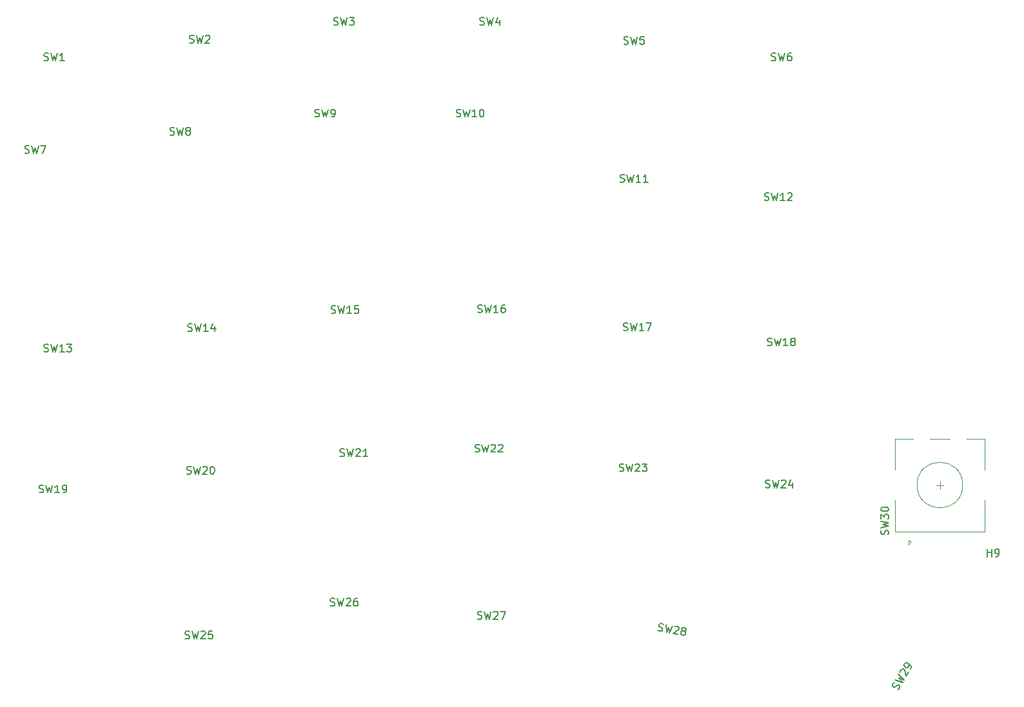
<source format=gbr>
G04 #@! TF.GenerationSoftware,KiCad,Pcbnew,5.1.5+dfsg1-2build2*
G04 #@! TF.CreationDate,2021-02-19T16:21:08+00:00*
G04 #@! TF.ProjectId,plate,706c6174-652e-46b6-9963-61645f706362,rev?*
G04 #@! TF.SameCoordinates,Original*
G04 #@! TF.FileFunction,Legend,Top*
G04 #@! TF.FilePolarity,Positive*
%FSLAX46Y46*%
G04 Gerber Fmt 4.6, Leading zero omitted, Abs format (unit mm)*
G04 Created by KiCad (PCBNEW 5.1.5+dfsg1-2build2) date 2021-02-19 16:21:08*
%MOMM*%
%LPD*%
G04 APERTURE LIST*
%ADD10C,0.120000*%
%ADD11C,0.150000*%
G04 APERTURE END LIST*
D10*
X184265000Y-119170000D02*
G75*
G03X184265000Y-119170000I-3000000J0D01*
G01*
X175365000Y-117170000D02*
X175365000Y-113070000D01*
X187165000Y-113070000D02*
X187165000Y-117170000D01*
X187165000Y-121170000D02*
X187165000Y-125270000D01*
X175365000Y-121170000D02*
X175365000Y-125270000D01*
X175365000Y-125270000D02*
X187165000Y-125270000D01*
X177465000Y-126670000D02*
X177165000Y-126970000D01*
X177165000Y-126970000D02*
X177165000Y-126370000D01*
X177165000Y-126370000D02*
X177465000Y-126670000D01*
X175365000Y-113070000D02*
X177765000Y-113070000D01*
X179965000Y-113070000D02*
X182565000Y-113070000D01*
X184765000Y-113070000D02*
X187165000Y-113070000D01*
X180765000Y-119170000D02*
X181765000Y-119170000D01*
X181265000Y-119670000D02*
X181265000Y-118670000D01*
D11*
X174469761Y-125679523D02*
X174517380Y-125536666D01*
X174517380Y-125298571D01*
X174469761Y-125203333D01*
X174422142Y-125155714D01*
X174326904Y-125108095D01*
X174231666Y-125108095D01*
X174136428Y-125155714D01*
X174088809Y-125203333D01*
X174041190Y-125298571D01*
X173993571Y-125489047D01*
X173945952Y-125584285D01*
X173898333Y-125631904D01*
X173803095Y-125679523D01*
X173707857Y-125679523D01*
X173612619Y-125631904D01*
X173565000Y-125584285D01*
X173517380Y-125489047D01*
X173517380Y-125250952D01*
X173565000Y-125108095D01*
X173517380Y-124774761D02*
X174517380Y-124536666D01*
X173803095Y-124346190D01*
X174517380Y-124155714D01*
X173517380Y-123917619D01*
X173517380Y-123631904D02*
X173517380Y-123012857D01*
X173898333Y-123346190D01*
X173898333Y-123203333D01*
X173945952Y-123108095D01*
X173993571Y-123060476D01*
X174088809Y-123012857D01*
X174326904Y-123012857D01*
X174422142Y-123060476D01*
X174469761Y-123108095D01*
X174517380Y-123203333D01*
X174517380Y-123489047D01*
X174469761Y-123584285D01*
X174422142Y-123631904D01*
X173517380Y-122393809D02*
X173517380Y-122298571D01*
X173565000Y-122203333D01*
X173612619Y-122155714D01*
X173707857Y-122108095D01*
X173898333Y-122060476D01*
X174136428Y-122060476D01*
X174326904Y-122108095D01*
X174422142Y-122155714D01*
X174469761Y-122203333D01*
X174517380Y-122298571D01*
X174517380Y-122393809D01*
X174469761Y-122489047D01*
X174422142Y-122536666D01*
X174326904Y-122584285D01*
X174136428Y-122631904D01*
X173898333Y-122631904D01*
X173707857Y-122584285D01*
X173612619Y-122536666D01*
X173565000Y-122489047D01*
X173517380Y-122393809D01*
X63639866Y-63371361D02*
X63782723Y-63418980D01*
X64020819Y-63418980D01*
X64116057Y-63371361D01*
X64163676Y-63323742D01*
X64211295Y-63228504D01*
X64211295Y-63133266D01*
X64163676Y-63038028D01*
X64116057Y-62990409D01*
X64020819Y-62942790D01*
X63830342Y-62895171D01*
X63735104Y-62847552D01*
X63687485Y-62799933D01*
X63639866Y-62704695D01*
X63639866Y-62609457D01*
X63687485Y-62514219D01*
X63735104Y-62466600D01*
X63830342Y-62418980D01*
X64068438Y-62418980D01*
X64211295Y-62466600D01*
X64544628Y-62418980D02*
X64782723Y-63418980D01*
X64973200Y-62704695D01*
X65163676Y-63418980D01*
X65401771Y-62418980D01*
X66306533Y-63418980D02*
X65735104Y-63418980D01*
X66020819Y-63418980D02*
X66020819Y-62418980D01*
X65925580Y-62561838D01*
X65830342Y-62657076D01*
X65735104Y-62704695D01*
X175772572Y-146041474D02*
X175885240Y-145941566D01*
X176004287Y-145735369D01*
X176010667Y-145629081D01*
X175993237Y-145564032D01*
X175934568Y-145475174D01*
X175852089Y-145427555D01*
X175745801Y-145421175D01*
X175680752Y-145438605D01*
X175591894Y-145497274D01*
X175455417Y-145638422D01*
X175366558Y-145697091D01*
X175301510Y-145714520D01*
X175195221Y-145708141D01*
X175112743Y-145660522D01*
X175054074Y-145571663D01*
X175036644Y-145506614D01*
X175043024Y-145400326D01*
X175162071Y-145194130D01*
X175274739Y-145094221D01*
X175400167Y-144781737D02*
X176385240Y-145075540D01*
X175861888Y-144553440D01*
X176575716Y-144745626D01*
X175828738Y-144039429D01*
X176077883Y-143798373D02*
X176060453Y-143733324D01*
X176066833Y-143627036D01*
X176185881Y-143420840D01*
X176274739Y-143362171D01*
X176339788Y-143344741D01*
X176446076Y-143351121D01*
X176528555Y-143398740D01*
X176628463Y-143511408D01*
X176837621Y-144291993D01*
X177147144Y-143755882D01*
X177385240Y-143343489D02*
X177480478Y-143178532D01*
X177486857Y-143072244D01*
X177469428Y-143007195D01*
X177393329Y-142853288D01*
X177252181Y-142716811D01*
X176922267Y-142526334D01*
X176815978Y-142519955D01*
X176750930Y-142537385D01*
X176662071Y-142596054D01*
X176566833Y-142761011D01*
X176560453Y-142867299D01*
X176577883Y-142932348D01*
X176636552Y-143021206D01*
X176842749Y-143140254D01*
X176949037Y-143146634D01*
X177014086Y-143129204D01*
X177102944Y-143070535D01*
X177198182Y-142905577D01*
X177204562Y-142799289D01*
X177187132Y-142734240D01*
X177128463Y-142645382D01*
X144248480Y-138260392D02*
X144380898Y-138332094D01*
X144615376Y-138373439D01*
X144717436Y-138343081D01*
X144772601Y-138304455D01*
X144836034Y-138218932D01*
X144852572Y-138125141D01*
X144822215Y-138023081D01*
X144783588Y-137967916D01*
X144698066Y-137904483D01*
X144518752Y-137824511D01*
X144433230Y-137761078D01*
X144394603Y-137705913D01*
X144364246Y-137603853D01*
X144380784Y-137510062D01*
X144444217Y-137424540D01*
X144499382Y-137385913D01*
X144601442Y-137355555D01*
X144835920Y-137396900D01*
X144968338Y-137468603D01*
X145304876Y-137479590D02*
X145365706Y-138505742D01*
X145677323Y-137835384D01*
X145740871Y-138571894D01*
X146148997Y-137628431D01*
X146460728Y-137780105D02*
X146515893Y-137741478D01*
X146617953Y-137711121D01*
X146852431Y-137752465D01*
X146937953Y-137815899D01*
X146976580Y-137871064D01*
X147006938Y-137973124D01*
X146990400Y-138066915D01*
X146918697Y-138199333D01*
X146256722Y-138662853D01*
X146866365Y-138770349D01*
X147528340Y-138306829D02*
X147442818Y-138243396D01*
X147404191Y-138188231D01*
X147373834Y-138086171D01*
X147382102Y-138039275D01*
X147445536Y-137953753D01*
X147500701Y-137915127D01*
X147602761Y-137884769D01*
X147790343Y-137917845D01*
X147875865Y-137981278D01*
X147914492Y-138036443D01*
X147944850Y-138138503D01*
X147936581Y-138185399D01*
X147873147Y-138270921D01*
X147817983Y-138309547D01*
X147715923Y-138339905D01*
X147528340Y-138306829D01*
X147426280Y-138337187D01*
X147371115Y-138375814D01*
X147307682Y-138461336D01*
X147274606Y-138648918D01*
X147304964Y-138750978D01*
X147343590Y-138806143D01*
X147429113Y-138869577D01*
X147616695Y-138902652D01*
X147718755Y-138872295D01*
X147773920Y-138833668D01*
X147837353Y-138748146D01*
X147870429Y-138560563D01*
X147840071Y-138458503D01*
X147801445Y-138403339D01*
X147715923Y-138339905D01*
X120567676Y-136726561D02*
X120710533Y-136774180D01*
X120948628Y-136774180D01*
X121043866Y-136726561D01*
X121091485Y-136678942D01*
X121139104Y-136583704D01*
X121139104Y-136488466D01*
X121091485Y-136393228D01*
X121043866Y-136345609D01*
X120948628Y-136297990D01*
X120758152Y-136250371D01*
X120662914Y-136202752D01*
X120615295Y-136155133D01*
X120567676Y-136059895D01*
X120567676Y-135964657D01*
X120615295Y-135869419D01*
X120662914Y-135821800D01*
X120758152Y-135774180D01*
X120996247Y-135774180D01*
X121139104Y-135821800D01*
X121472438Y-135774180D02*
X121710533Y-136774180D01*
X121901009Y-136059895D01*
X122091485Y-136774180D01*
X122329580Y-135774180D01*
X122662914Y-135869419D02*
X122710533Y-135821800D01*
X122805771Y-135774180D01*
X123043866Y-135774180D01*
X123139104Y-135821800D01*
X123186723Y-135869419D01*
X123234342Y-135964657D01*
X123234342Y-136059895D01*
X123186723Y-136202752D01*
X122615295Y-136774180D01*
X123234342Y-136774180D01*
X123567676Y-135774180D02*
X124234342Y-135774180D01*
X123805771Y-136774180D01*
X101238276Y-134999361D02*
X101381133Y-135046980D01*
X101619228Y-135046980D01*
X101714466Y-134999361D01*
X101762085Y-134951742D01*
X101809704Y-134856504D01*
X101809704Y-134761266D01*
X101762085Y-134666028D01*
X101714466Y-134618409D01*
X101619228Y-134570790D01*
X101428752Y-134523171D01*
X101333514Y-134475552D01*
X101285895Y-134427933D01*
X101238276Y-134332695D01*
X101238276Y-134237457D01*
X101285895Y-134142219D01*
X101333514Y-134094600D01*
X101428752Y-134046980D01*
X101666847Y-134046980D01*
X101809704Y-134094600D01*
X102143038Y-134046980D02*
X102381133Y-135046980D01*
X102571609Y-134332695D01*
X102762085Y-135046980D01*
X103000180Y-134046980D01*
X103333514Y-134142219D02*
X103381133Y-134094600D01*
X103476371Y-134046980D01*
X103714466Y-134046980D01*
X103809704Y-134094600D01*
X103857323Y-134142219D01*
X103904942Y-134237457D01*
X103904942Y-134332695D01*
X103857323Y-134475552D01*
X103285895Y-135046980D01*
X103904942Y-135046980D01*
X104762085Y-134046980D02*
X104571609Y-134046980D01*
X104476371Y-134094600D01*
X104428752Y-134142219D01*
X104333514Y-134285076D01*
X104285895Y-134475552D01*
X104285895Y-134856504D01*
X104333514Y-134951742D01*
X104381133Y-134999361D01*
X104476371Y-135046980D01*
X104666847Y-135046980D01*
X104762085Y-134999361D01*
X104809704Y-134951742D01*
X104857323Y-134856504D01*
X104857323Y-134618409D01*
X104809704Y-134523171D01*
X104762085Y-134475552D01*
X104666847Y-134427933D01*
X104476371Y-134427933D01*
X104381133Y-134475552D01*
X104333514Y-134523171D01*
X104285895Y-134618409D01*
X82162876Y-139317361D02*
X82305733Y-139364980D01*
X82543828Y-139364980D01*
X82639066Y-139317361D01*
X82686685Y-139269742D01*
X82734304Y-139174504D01*
X82734304Y-139079266D01*
X82686685Y-138984028D01*
X82639066Y-138936409D01*
X82543828Y-138888790D01*
X82353352Y-138841171D01*
X82258114Y-138793552D01*
X82210495Y-138745933D01*
X82162876Y-138650695D01*
X82162876Y-138555457D01*
X82210495Y-138460219D01*
X82258114Y-138412600D01*
X82353352Y-138364980D01*
X82591447Y-138364980D01*
X82734304Y-138412600D01*
X83067638Y-138364980D02*
X83305733Y-139364980D01*
X83496209Y-138650695D01*
X83686685Y-139364980D01*
X83924780Y-138364980D01*
X84258114Y-138460219D02*
X84305733Y-138412600D01*
X84400971Y-138364980D01*
X84639066Y-138364980D01*
X84734304Y-138412600D01*
X84781923Y-138460219D01*
X84829542Y-138555457D01*
X84829542Y-138650695D01*
X84781923Y-138793552D01*
X84210495Y-139364980D01*
X84829542Y-139364980D01*
X85734304Y-138364980D02*
X85258114Y-138364980D01*
X85210495Y-138841171D01*
X85258114Y-138793552D01*
X85353352Y-138745933D01*
X85591447Y-138745933D01*
X85686685Y-138793552D01*
X85734304Y-138841171D01*
X85781923Y-138936409D01*
X85781923Y-139174504D01*
X85734304Y-139269742D01*
X85686685Y-139317361D01*
X85591447Y-139364980D01*
X85353352Y-139364980D01*
X85258114Y-139317361D01*
X85210495Y-139269742D01*
X158362876Y-119454561D02*
X158505733Y-119502180D01*
X158743828Y-119502180D01*
X158839066Y-119454561D01*
X158886685Y-119406942D01*
X158934304Y-119311704D01*
X158934304Y-119216466D01*
X158886685Y-119121228D01*
X158839066Y-119073609D01*
X158743828Y-119025990D01*
X158553352Y-118978371D01*
X158458114Y-118930752D01*
X158410495Y-118883133D01*
X158362876Y-118787895D01*
X158362876Y-118692657D01*
X158410495Y-118597419D01*
X158458114Y-118549800D01*
X158553352Y-118502180D01*
X158791447Y-118502180D01*
X158934304Y-118549800D01*
X159267638Y-118502180D02*
X159505733Y-119502180D01*
X159696209Y-118787895D01*
X159886685Y-119502180D01*
X160124780Y-118502180D01*
X160458114Y-118597419D02*
X160505733Y-118549800D01*
X160600971Y-118502180D01*
X160839066Y-118502180D01*
X160934304Y-118549800D01*
X160981923Y-118597419D01*
X161029542Y-118692657D01*
X161029542Y-118787895D01*
X160981923Y-118930752D01*
X160410495Y-119502180D01*
X161029542Y-119502180D01*
X161886685Y-118835514D02*
X161886685Y-119502180D01*
X161648590Y-118454561D02*
X161410495Y-119168847D01*
X162029542Y-119168847D01*
X139185876Y-117320961D02*
X139328733Y-117368580D01*
X139566828Y-117368580D01*
X139662066Y-117320961D01*
X139709685Y-117273342D01*
X139757304Y-117178104D01*
X139757304Y-117082866D01*
X139709685Y-116987628D01*
X139662066Y-116940009D01*
X139566828Y-116892390D01*
X139376352Y-116844771D01*
X139281114Y-116797152D01*
X139233495Y-116749533D01*
X139185876Y-116654295D01*
X139185876Y-116559057D01*
X139233495Y-116463819D01*
X139281114Y-116416200D01*
X139376352Y-116368580D01*
X139614447Y-116368580D01*
X139757304Y-116416200D01*
X140090638Y-116368580D02*
X140328733Y-117368580D01*
X140519209Y-116654295D01*
X140709685Y-117368580D01*
X140947780Y-116368580D01*
X141281114Y-116463819D02*
X141328733Y-116416200D01*
X141423971Y-116368580D01*
X141662066Y-116368580D01*
X141757304Y-116416200D01*
X141804923Y-116463819D01*
X141852542Y-116559057D01*
X141852542Y-116654295D01*
X141804923Y-116797152D01*
X141233495Y-117368580D01*
X141852542Y-117368580D01*
X142185876Y-116368580D02*
X142804923Y-116368580D01*
X142471590Y-116749533D01*
X142614447Y-116749533D01*
X142709685Y-116797152D01*
X142757304Y-116844771D01*
X142804923Y-116940009D01*
X142804923Y-117178104D01*
X142757304Y-117273342D01*
X142709685Y-117320961D01*
X142614447Y-117368580D01*
X142328733Y-117368580D01*
X142233495Y-117320961D01*
X142185876Y-117273342D01*
X120237476Y-114780961D02*
X120380333Y-114828580D01*
X120618428Y-114828580D01*
X120713666Y-114780961D01*
X120761285Y-114733342D01*
X120808904Y-114638104D01*
X120808904Y-114542866D01*
X120761285Y-114447628D01*
X120713666Y-114400009D01*
X120618428Y-114352390D01*
X120427952Y-114304771D01*
X120332714Y-114257152D01*
X120285095Y-114209533D01*
X120237476Y-114114295D01*
X120237476Y-114019057D01*
X120285095Y-113923819D01*
X120332714Y-113876200D01*
X120427952Y-113828580D01*
X120666047Y-113828580D01*
X120808904Y-113876200D01*
X121142238Y-113828580D02*
X121380333Y-114828580D01*
X121570809Y-114114295D01*
X121761285Y-114828580D01*
X121999380Y-113828580D01*
X122332714Y-113923819D02*
X122380333Y-113876200D01*
X122475571Y-113828580D01*
X122713666Y-113828580D01*
X122808904Y-113876200D01*
X122856523Y-113923819D01*
X122904142Y-114019057D01*
X122904142Y-114114295D01*
X122856523Y-114257152D01*
X122285095Y-114828580D01*
X122904142Y-114828580D01*
X123285095Y-113923819D02*
X123332714Y-113876200D01*
X123427952Y-113828580D01*
X123666047Y-113828580D01*
X123761285Y-113876200D01*
X123808904Y-113923819D01*
X123856523Y-114019057D01*
X123856523Y-114114295D01*
X123808904Y-114257152D01*
X123237476Y-114828580D01*
X123856523Y-114828580D01*
X102508276Y-115365161D02*
X102651133Y-115412780D01*
X102889228Y-115412780D01*
X102984466Y-115365161D01*
X103032085Y-115317542D01*
X103079704Y-115222304D01*
X103079704Y-115127066D01*
X103032085Y-115031828D01*
X102984466Y-114984209D01*
X102889228Y-114936590D01*
X102698752Y-114888971D01*
X102603514Y-114841352D01*
X102555895Y-114793733D01*
X102508276Y-114698495D01*
X102508276Y-114603257D01*
X102555895Y-114508019D01*
X102603514Y-114460400D01*
X102698752Y-114412780D01*
X102936847Y-114412780D01*
X103079704Y-114460400D01*
X103413038Y-114412780D02*
X103651133Y-115412780D01*
X103841609Y-114698495D01*
X104032085Y-115412780D01*
X104270180Y-114412780D01*
X104603514Y-114508019D02*
X104651133Y-114460400D01*
X104746371Y-114412780D01*
X104984466Y-114412780D01*
X105079704Y-114460400D01*
X105127323Y-114508019D01*
X105174942Y-114603257D01*
X105174942Y-114698495D01*
X105127323Y-114841352D01*
X104555895Y-115412780D01*
X105174942Y-115412780D01*
X106127323Y-115412780D02*
X105555895Y-115412780D01*
X105841609Y-115412780D02*
X105841609Y-114412780D01*
X105746371Y-114555638D01*
X105651133Y-114650876D01*
X105555895Y-114698495D01*
X82391476Y-117676561D02*
X82534333Y-117724180D01*
X82772428Y-117724180D01*
X82867666Y-117676561D01*
X82915285Y-117628942D01*
X82962904Y-117533704D01*
X82962904Y-117438466D01*
X82915285Y-117343228D01*
X82867666Y-117295609D01*
X82772428Y-117247990D01*
X82581952Y-117200371D01*
X82486714Y-117152752D01*
X82439095Y-117105133D01*
X82391476Y-117009895D01*
X82391476Y-116914657D01*
X82439095Y-116819419D01*
X82486714Y-116771800D01*
X82581952Y-116724180D01*
X82820047Y-116724180D01*
X82962904Y-116771800D01*
X83296238Y-116724180D02*
X83534333Y-117724180D01*
X83724809Y-117009895D01*
X83915285Y-117724180D01*
X84153380Y-116724180D01*
X84486714Y-116819419D02*
X84534333Y-116771800D01*
X84629571Y-116724180D01*
X84867666Y-116724180D01*
X84962904Y-116771800D01*
X85010523Y-116819419D01*
X85058142Y-116914657D01*
X85058142Y-117009895D01*
X85010523Y-117152752D01*
X84439095Y-117724180D01*
X85058142Y-117724180D01*
X85677190Y-116724180D02*
X85772428Y-116724180D01*
X85867666Y-116771800D01*
X85915285Y-116819419D01*
X85962904Y-116914657D01*
X86010523Y-117105133D01*
X86010523Y-117343228D01*
X85962904Y-117533704D01*
X85915285Y-117628942D01*
X85867666Y-117676561D01*
X85772428Y-117724180D01*
X85677190Y-117724180D01*
X85581952Y-117676561D01*
X85534333Y-117628942D01*
X85486714Y-117533704D01*
X85439095Y-117343228D01*
X85439095Y-117105133D01*
X85486714Y-116914657D01*
X85534333Y-116819419D01*
X85581952Y-116771800D01*
X85677190Y-116724180D01*
X62985876Y-120114961D02*
X63128733Y-120162580D01*
X63366828Y-120162580D01*
X63462066Y-120114961D01*
X63509685Y-120067342D01*
X63557304Y-119972104D01*
X63557304Y-119876866D01*
X63509685Y-119781628D01*
X63462066Y-119734009D01*
X63366828Y-119686390D01*
X63176352Y-119638771D01*
X63081114Y-119591152D01*
X63033495Y-119543533D01*
X62985876Y-119448295D01*
X62985876Y-119353057D01*
X63033495Y-119257819D01*
X63081114Y-119210200D01*
X63176352Y-119162580D01*
X63414447Y-119162580D01*
X63557304Y-119210200D01*
X63890638Y-119162580D02*
X64128733Y-120162580D01*
X64319209Y-119448295D01*
X64509685Y-120162580D01*
X64747780Y-119162580D01*
X65652542Y-120162580D02*
X65081114Y-120162580D01*
X65366828Y-120162580D02*
X65366828Y-119162580D01*
X65271590Y-119305438D01*
X65176352Y-119400676D01*
X65081114Y-119448295D01*
X66128733Y-120162580D02*
X66319209Y-120162580D01*
X66414447Y-120114961D01*
X66462066Y-120067342D01*
X66557304Y-119924485D01*
X66604923Y-119734009D01*
X66604923Y-119353057D01*
X66557304Y-119257819D01*
X66509685Y-119210200D01*
X66414447Y-119162580D01*
X66223971Y-119162580D01*
X66128733Y-119210200D01*
X66081114Y-119257819D01*
X66033495Y-119353057D01*
X66033495Y-119591152D01*
X66081114Y-119686390D01*
X66128733Y-119734009D01*
X66223971Y-119781628D01*
X66414447Y-119781628D01*
X66509685Y-119734009D01*
X66557304Y-119686390D01*
X66604923Y-119591152D01*
X158642276Y-100810961D02*
X158785133Y-100858580D01*
X159023228Y-100858580D01*
X159118466Y-100810961D01*
X159166085Y-100763342D01*
X159213704Y-100668104D01*
X159213704Y-100572866D01*
X159166085Y-100477628D01*
X159118466Y-100430009D01*
X159023228Y-100382390D01*
X158832752Y-100334771D01*
X158737514Y-100287152D01*
X158689895Y-100239533D01*
X158642276Y-100144295D01*
X158642276Y-100049057D01*
X158689895Y-99953819D01*
X158737514Y-99906200D01*
X158832752Y-99858580D01*
X159070847Y-99858580D01*
X159213704Y-99906200D01*
X159547038Y-99858580D02*
X159785133Y-100858580D01*
X159975609Y-100144295D01*
X160166085Y-100858580D01*
X160404180Y-99858580D01*
X161308942Y-100858580D02*
X160737514Y-100858580D01*
X161023228Y-100858580D02*
X161023228Y-99858580D01*
X160927990Y-100001438D01*
X160832752Y-100096676D01*
X160737514Y-100144295D01*
X161880371Y-100287152D02*
X161785133Y-100239533D01*
X161737514Y-100191914D01*
X161689895Y-100096676D01*
X161689895Y-100049057D01*
X161737514Y-99953819D01*
X161785133Y-99906200D01*
X161880371Y-99858580D01*
X162070847Y-99858580D01*
X162166085Y-99906200D01*
X162213704Y-99953819D01*
X162261323Y-100049057D01*
X162261323Y-100096676D01*
X162213704Y-100191914D01*
X162166085Y-100239533D01*
X162070847Y-100287152D01*
X161880371Y-100287152D01*
X161785133Y-100334771D01*
X161737514Y-100382390D01*
X161689895Y-100477628D01*
X161689895Y-100668104D01*
X161737514Y-100763342D01*
X161785133Y-100810961D01*
X161880371Y-100858580D01*
X162070847Y-100858580D01*
X162166085Y-100810961D01*
X162213704Y-100763342D01*
X162261323Y-100668104D01*
X162261323Y-100477628D01*
X162213704Y-100382390D01*
X162166085Y-100334771D01*
X162070847Y-100287152D01*
X139719276Y-98829761D02*
X139862133Y-98877380D01*
X140100228Y-98877380D01*
X140195466Y-98829761D01*
X140243085Y-98782142D01*
X140290704Y-98686904D01*
X140290704Y-98591666D01*
X140243085Y-98496428D01*
X140195466Y-98448809D01*
X140100228Y-98401190D01*
X139909752Y-98353571D01*
X139814514Y-98305952D01*
X139766895Y-98258333D01*
X139719276Y-98163095D01*
X139719276Y-98067857D01*
X139766895Y-97972619D01*
X139814514Y-97925000D01*
X139909752Y-97877380D01*
X140147847Y-97877380D01*
X140290704Y-97925000D01*
X140624038Y-97877380D02*
X140862133Y-98877380D01*
X141052609Y-98163095D01*
X141243085Y-98877380D01*
X141481180Y-97877380D01*
X142385942Y-98877380D02*
X141814514Y-98877380D01*
X142100228Y-98877380D02*
X142100228Y-97877380D01*
X142004990Y-98020238D01*
X141909752Y-98115476D01*
X141814514Y-98163095D01*
X142719276Y-97877380D02*
X143385942Y-97877380D01*
X142957371Y-98877380D01*
X120593076Y-96467561D02*
X120735933Y-96515180D01*
X120974028Y-96515180D01*
X121069266Y-96467561D01*
X121116885Y-96419942D01*
X121164504Y-96324704D01*
X121164504Y-96229466D01*
X121116885Y-96134228D01*
X121069266Y-96086609D01*
X120974028Y-96038990D01*
X120783552Y-95991371D01*
X120688314Y-95943752D01*
X120640695Y-95896133D01*
X120593076Y-95800895D01*
X120593076Y-95705657D01*
X120640695Y-95610419D01*
X120688314Y-95562800D01*
X120783552Y-95515180D01*
X121021647Y-95515180D01*
X121164504Y-95562800D01*
X121497838Y-95515180D02*
X121735933Y-96515180D01*
X121926409Y-95800895D01*
X122116885Y-96515180D01*
X122354980Y-95515180D01*
X123259742Y-96515180D02*
X122688314Y-96515180D01*
X122974028Y-96515180D02*
X122974028Y-95515180D01*
X122878790Y-95658038D01*
X122783552Y-95753276D01*
X122688314Y-95800895D01*
X124116885Y-95515180D02*
X123926409Y-95515180D01*
X123831171Y-95562800D01*
X123783552Y-95610419D01*
X123688314Y-95753276D01*
X123640695Y-95943752D01*
X123640695Y-96324704D01*
X123688314Y-96419942D01*
X123735933Y-96467561D01*
X123831171Y-96515180D01*
X124021647Y-96515180D01*
X124116885Y-96467561D01*
X124164504Y-96419942D01*
X124212123Y-96324704D01*
X124212123Y-96086609D01*
X124164504Y-95991371D01*
X124116885Y-95943752D01*
X124021647Y-95896133D01*
X123831171Y-95896133D01*
X123735933Y-95943752D01*
X123688314Y-95991371D01*
X123640695Y-96086609D01*
X101339876Y-96569161D02*
X101482733Y-96616780D01*
X101720828Y-96616780D01*
X101816066Y-96569161D01*
X101863685Y-96521542D01*
X101911304Y-96426304D01*
X101911304Y-96331066D01*
X101863685Y-96235828D01*
X101816066Y-96188209D01*
X101720828Y-96140590D01*
X101530352Y-96092971D01*
X101435114Y-96045352D01*
X101387495Y-95997733D01*
X101339876Y-95902495D01*
X101339876Y-95807257D01*
X101387495Y-95712019D01*
X101435114Y-95664400D01*
X101530352Y-95616780D01*
X101768447Y-95616780D01*
X101911304Y-95664400D01*
X102244638Y-95616780D02*
X102482733Y-96616780D01*
X102673209Y-95902495D01*
X102863685Y-96616780D01*
X103101780Y-95616780D01*
X104006542Y-96616780D02*
X103435114Y-96616780D01*
X103720828Y-96616780D02*
X103720828Y-95616780D01*
X103625590Y-95759638D01*
X103530352Y-95854876D01*
X103435114Y-95902495D01*
X104911304Y-95616780D02*
X104435114Y-95616780D01*
X104387495Y-96092971D01*
X104435114Y-96045352D01*
X104530352Y-95997733D01*
X104768447Y-95997733D01*
X104863685Y-96045352D01*
X104911304Y-96092971D01*
X104958923Y-96188209D01*
X104958923Y-96426304D01*
X104911304Y-96521542D01*
X104863685Y-96569161D01*
X104768447Y-96616780D01*
X104530352Y-96616780D01*
X104435114Y-96569161D01*
X104387495Y-96521542D01*
X82518476Y-98931361D02*
X82661333Y-98978980D01*
X82899428Y-98978980D01*
X82994666Y-98931361D01*
X83042285Y-98883742D01*
X83089904Y-98788504D01*
X83089904Y-98693266D01*
X83042285Y-98598028D01*
X82994666Y-98550409D01*
X82899428Y-98502790D01*
X82708952Y-98455171D01*
X82613714Y-98407552D01*
X82566095Y-98359933D01*
X82518476Y-98264695D01*
X82518476Y-98169457D01*
X82566095Y-98074219D01*
X82613714Y-98026600D01*
X82708952Y-97978980D01*
X82947047Y-97978980D01*
X83089904Y-98026600D01*
X83423238Y-97978980D02*
X83661333Y-98978980D01*
X83851809Y-98264695D01*
X84042285Y-98978980D01*
X84280380Y-97978980D01*
X85185142Y-98978980D02*
X84613714Y-98978980D01*
X84899428Y-98978980D02*
X84899428Y-97978980D01*
X84804190Y-98121838D01*
X84708952Y-98217076D01*
X84613714Y-98264695D01*
X86042285Y-98312314D02*
X86042285Y-98978980D01*
X85804190Y-97931361D02*
X85566095Y-98645647D01*
X86185142Y-98645647D01*
X63620876Y-101623761D02*
X63763733Y-101671380D01*
X64001828Y-101671380D01*
X64097066Y-101623761D01*
X64144685Y-101576142D01*
X64192304Y-101480904D01*
X64192304Y-101385666D01*
X64144685Y-101290428D01*
X64097066Y-101242809D01*
X64001828Y-101195190D01*
X63811352Y-101147571D01*
X63716114Y-101099952D01*
X63668495Y-101052333D01*
X63620876Y-100957095D01*
X63620876Y-100861857D01*
X63668495Y-100766619D01*
X63716114Y-100719000D01*
X63811352Y-100671380D01*
X64049447Y-100671380D01*
X64192304Y-100719000D01*
X64525638Y-100671380D02*
X64763733Y-101671380D01*
X64954209Y-100957095D01*
X65144685Y-101671380D01*
X65382780Y-100671380D01*
X66287542Y-101671380D02*
X65716114Y-101671380D01*
X66001828Y-101671380D02*
X66001828Y-100671380D01*
X65906590Y-100814238D01*
X65811352Y-100909476D01*
X65716114Y-100957095D01*
X66620876Y-100671380D02*
X67239923Y-100671380D01*
X66906590Y-101052333D01*
X67049447Y-101052333D01*
X67144685Y-101099952D01*
X67192304Y-101147571D01*
X67239923Y-101242809D01*
X67239923Y-101480904D01*
X67192304Y-101576142D01*
X67144685Y-101623761D01*
X67049447Y-101671380D01*
X66763733Y-101671380D01*
X66668495Y-101623761D01*
X66620876Y-101576142D01*
X158235876Y-81735561D02*
X158378733Y-81783180D01*
X158616828Y-81783180D01*
X158712066Y-81735561D01*
X158759685Y-81687942D01*
X158807304Y-81592704D01*
X158807304Y-81497466D01*
X158759685Y-81402228D01*
X158712066Y-81354609D01*
X158616828Y-81306990D01*
X158426352Y-81259371D01*
X158331114Y-81211752D01*
X158283495Y-81164133D01*
X158235876Y-81068895D01*
X158235876Y-80973657D01*
X158283495Y-80878419D01*
X158331114Y-80830800D01*
X158426352Y-80783180D01*
X158664447Y-80783180D01*
X158807304Y-80830800D01*
X159140638Y-80783180D02*
X159378733Y-81783180D01*
X159569209Y-81068895D01*
X159759685Y-81783180D01*
X159997780Y-80783180D01*
X160902542Y-81783180D02*
X160331114Y-81783180D01*
X160616828Y-81783180D02*
X160616828Y-80783180D01*
X160521590Y-80926038D01*
X160426352Y-81021276D01*
X160331114Y-81068895D01*
X161283495Y-80878419D02*
X161331114Y-80830800D01*
X161426352Y-80783180D01*
X161664447Y-80783180D01*
X161759685Y-80830800D01*
X161807304Y-80878419D01*
X161854923Y-80973657D01*
X161854923Y-81068895D01*
X161807304Y-81211752D01*
X161235876Y-81783180D01*
X161854923Y-81783180D01*
X139287476Y-79322561D02*
X139430333Y-79370180D01*
X139668428Y-79370180D01*
X139763666Y-79322561D01*
X139811285Y-79274942D01*
X139858904Y-79179704D01*
X139858904Y-79084466D01*
X139811285Y-78989228D01*
X139763666Y-78941609D01*
X139668428Y-78893990D01*
X139477952Y-78846371D01*
X139382714Y-78798752D01*
X139335095Y-78751133D01*
X139287476Y-78655895D01*
X139287476Y-78560657D01*
X139335095Y-78465419D01*
X139382714Y-78417800D01*
X139477952Y-78370180D01*
X139716047Y-78370180D01*
X139858904Y-78417800D01*
X140192238Y-78370180D02*
X140430333Y-79370180D01*
X140620809Y-78655895D01*
X140811285Y-79370180D01*
X141049380Y-78370180D01*
X141954142Y-79370180D02*
X141382714Y-79370180D01*
X141668428Y-79370180D02*
X141668428Y-78370180D01*
X141573190Y-78513038D01*
X141477952Y-78608276D01*
X141382714Y-78655895D01*
X142906523Y-79370180D02*
X142335095Y-79370180D01*
X142620809Y-79370180D02*
X142620809Y-78370180D01*
X142525571Y-78513038D01*
X142430333Y-78608276D01*
X142335095Y-78655895D01*
X117779476Y-70763361D02*
X117922333Y-70810980D01*
X118160428Y-70810980D01*
X118255666Y-70763361D01*
X118303285Y-70715742D01*
X118350904Y-70620504D01*
X118350904Y-70525266D01*
X118303285Y-70430028D01*
X118255666Y-70382409D01*
X118160428Y-70334790D01*
X117969952Y-70287171D01*
X117874714Y-70239552D01*
X117827095Y-70191933D01*
X117779476Y-70096695D01*
X117779476Y-70001457D01*
X117827095Y-69906219D01*
X117874714Y-69858600D01*
X117969952Y-69810980D01*
X118208047Y-69810980D01*
X118350904Y-69858600D01*
X118684238Y-69810980D02*
X118922333Y-70810980D01*
X119112809Y-70096695D01*
X119303285Y-70810980D01*
X119541380Y-69810980D01*
X120446142Y-70810980D02*
X119874714Y-70810980D01*
X120160428Y-70810980D02*
X120160428Y-69810980D01*
X120065190Y-69953838D01*
X119969952Y-70049076D01*
X119874714Y-70096695D01*
X121065190Y-69810980D02*
X121160428Y-69810980D01*
X121255666Y-69858600D01*
X121303285Y-69906219D01*
X121350904Y-70001457D01*
X121398523Y-70191933D01*
X121398523Y-70430028D01*
X121350904Y-70620504D01*
X121303285Y-70715742D01*
X121255666Y-70763361D01*
X121160428Y-70810980D01*
X121065190Y-70810980D01*
X120969952Y-70763361D01*
X120922333Y-70715742D01*
X120874714Y-70620504D01*
X120827095Y-70430028D01*
X120827095Y-70191933D01*
X120874714Y-70001457D01*
X120922333Y-69906219D01*
X120969952Y-69858600D01*
X121065190Y-69810980D01*
X99215666Y-70763361D02*
X99358523Y-70810980D01*
X99596619Y-70810980D01*
X99691857Y-70763361D01*
X99739476Y-70715742D01*
X99787095Y-70620504D01*
X99787095Y-70525266D01*
X99739476Y-70430028D01*
X99691857Y-70382409D01*
X99596619Y-70334790D01*
X99406142Y-70287171D01*
X99310904Y-70239552D01*
X99263285Y-70191933D01*
X99215666Y-70096695D01*
X99215666Y-70001457D01*
X99263285Y-69906219D01*
X99310904Y-69858600D01*
X99406142Y-69810980D01*
X99644238Y-69810980D01*
X99787095Y-69858600D01*
X100120428Y-69810980D02*
X100358523Y-70810980D01*
X100549000Y-70096695D01*
X100739476Y-70810980D01*
X100977571Y-69810980D01*
X101406142Y-70810980D02*
X101596619Y-70810980D01*
X101691857Y-70763361D01*
X101739476Y-70715742D01*
X101834714Y-70572885D01*
X101882333Y-70382409D01*
X101882333Y-70001457D01*
X101834714Y-69906219D01*
X101787095Y-69858600D01*
X101691857Y-69810980D01*
X101501380Y-69810980D01*
X101406142Y-69858600D01*
X101358523Y-69906219D01*
X101310904Y-70001457D01*
X101310904Y-70239552D01*
X101358523Y-70334790D01*
X101406142Y-70382409D01*
X101501380Y-70430028D01*
X101691857Y-70430028D01*
X101787095Y-70382409D01*
X101834714Y-70334790D01*
X101882333Y-70239552D01*
X80175666Y-73143361D02*
X80318523Y-73190980D01*
X80556619Y-73190980D01*
X80651857Y-73143361D01*
X80699476Y-73095742D01*
X80747095Y-73000504D01*
X80747095Y-72905266D01*
X80699476Y-72810028D01*
X80651857Y-72762409D01*
X80556619Y-72714790D01*
X80366142Y-72667171D01*
X80270904Y-72619552D01*
X80223285Y-72571933D01*
X80175666Y-72476695D01*
X80175666Y-72381457D01*
X80223285Y-72286219D01*
X80270904Y-72238600D01*
X80366142Y-72190980D01*
X80604238Y-72190980D01*
X80747095Y-72238600D01*
X81080428Y-72190980D02*
X81318523Y-73190980D01*
X81509000Y-72476695D01*
X81699476Y-73190980D01*
X81937571Y-72190980D01*
X82461380Y-72619552D02*
X82366142Y-72571933D01*
X82318523Y-72524314D01*
X82270904Y-72429076D01*
X82270904Y-72381457D01*
X82318523Y-72286219D01*
X82366142Y-72238600D01*
X82461380Y-72190980D01*
X82651857Y-72190980D01*
X82747095Y-72238600D01*
X82794714Y-72286219D01*
X82842333Y-72381457D01*
X82842333Y-72429076D01*
X82794714Y-72524314D01*
X82747095Y-72571933D01*
X82651857Y-72619552D01*
X82461380Y-72619552D01*
X82366142Y-72667171D01*
X82318523Y-72714790D01*
X82270904Y-72810028D01*
X82270904Y-73000504D01*
X82318523Y-73095742D01*
X82366142Y-73143361D01*
X82461380Y-73190980D01*
X82651857Y-73190980D01*
X82747095Y-73143361D01*
X82794714Y-73095742D01*
X82842333Y-73000504D01*
X82842333Y-72810028D01*
X82794714Y-72714790D01*
X82747095Y-72667171D01*
X82651857Y-72619552D01*
X61135666Y-75523361D02*
X61278523Y-75570980D01*
X61516619Y-75570980D01*
X61611857Y-75523361D01*
X61659476Y-75475742D01*
X61707095Y-75380504D01*
X61707095Y-75285266D01*
X61659476Y-75190028D01*
X61611857Y-75142409D01*
X61516619Y-75094790D01*
X61326142Y-75047171D01*
X61230904Y-74999552D01*
X61183285Y-74951933D01*
X61135666Y-74856695D01*
X61135666Y-74761457D01*
X61183285Y-74666219D01*
X61230904Y-74618600D01*
X61326142Y-74570980D01*
X61564238Y-74570980D01*
X61707095Y-74618600D01*
X62040428Y-74570980D02*
X62278523Y-75570980D01*
X62469000Y-74856695D01*
X62659476Y-75570980D01*
X62897571Y-74570980D01*
X63183285Y-74570980D02*
X63849952Y-74570980D01*
X63421380Y-75570980D01*
X159143866Y-63371361D02*
X159286723Y-63418980D01*
X159524819Y-63418980D01*
X159620057Y-63371361D01*
X159667676Y-63323742D01*
X159715295Y-63228504D01*
X159715295Y-63133266D01*
X159667676Y-63038028D01*
X159620057Y-62990409D01*
X159524819Y-62942790D01*
X159334342Y-62895171D01*
X159239104Y-62847552D01*
X159191485Y-62799933D01*
X159143866Y-62704695D01*
X159143866Y-62609457D01*
X159191485Y-62514219D01*
X159239104Y-62466600D01*
X159334342Y-62418980D01*
X159572438Y-62418980D01*
X159715295Y-62466600D01*
X160048628Y-62418980D02*
X160286723Y-63418980D01*
X160477200Y-62704695D01*
X160667676Y-63418980D01*
X160905771Y-62418980D01*
X161715295Y-62418980D02*
X161524819Y-62418980D01*
X161429580Y-62466600D01*
X161381961Y-62514219D01*
X161286723Y-62657076D01*
X161239104Y-62847552D01*
X161239104Y-63228504D01*
X161286723Y-63323742D01*
X161334342Y-63371361D01*
X161429580Y-63418980D01*
X161620057Y-63418980D01*
X161715295Y-63371361D01*
X161762914Y-63323742D01*
X161810533Y-63228504D01*
X161810533Y-62990409D01*
X161762914Y-62895171D01*
X161715295Y-62847552D01*
X161620057Y-62799933D01*
X161429580Y-62799933D01*
X161334342Y-62847552D01*
X161286723Y-62895171D01*
X161239104Y-62990409D01*
X139789066Y-61212361D02*
X139931923Y-61259980D01*
X140170019Y-61259980D01*
X140265257Y-61212361D01*
X140312876Y-61164742D01*
X140360495Y-61069504D01*
X140360495Y-60974266D01*
X140312876Y-60879028D01*
X140265257Y-60831409D01*
X140170019Y-60783790D01*
X139979542Y-60736171D01*
X139884304Y-60688552D01*
X139836685Y-60640933D01*
X139789066Y-60545695D01*
X139789066Y-60450457D01*
X139836685Y-60355219D01*
X139884304Y-60307600D01*
X139979542Y-60259980D01*
X140217638Y-60259980D01*
X140360495Y-60307600D01*
X140693828Y-60259980D02*
X140931923Y-61259980D01*
X141122400Y-60545695D01*
X141312876Y-61259980D01*
X141550971Y-60259980D01*
X142408114Y-60259980D02*
X141931923Y-60259980D01*
X141884304Y-60736171D01*
X141931923Y-60688552D01*
X142027161Y-60640933D01*
X142265257Y-60640933D01*
X142360495Y-60688552D01*
X142408114Y-60736171D01*
X142455733Y-60831409D01*
X142455733Y-61069504D01*
X142408114Y-61164742D01*
X142360495Y-61212361D01*
X142265257Y-61259980D01*
X142027161Y-61259980D01*
X141931923Y-61212361D01*
X141884304Y-61164742D01*
X120866066Y-58697761D02*
X121008923Y-58745380D01*
X121247019Y-58745380D01*
X121342257Y-58697761D01*
X121389876Y-58650142D01*
X121437495Y-58554904D01*
X121437495Y-58459666D01*
X121389876Y-58364428D01*
X121342257Y-58316809D01*
X121247019Y-58269190D01*
X121056542Y-58221571D01*
X120961304Y-58173952D01*
X120913685Y-58126333D01*
X120866066Y-58031095D01*
X120866066Y-57935857D01*
X120913685Y-57840619D01*
X120961304Y-57793000D01*
X121056542Y-57745380D01*
X121294638Y-57745380D01*
X121437495Y-57793000D01*
X121770828Y-57745380D02*
X122008923Y-58745380D01*
X122199400Y-58031095D01*
X122389876Y-58745380D01*
X122627971Y-57745380D01*
X123437495Y-58078714D02*
X123437495Y-58745380D01*
X123199400Y-57697761D02*
X122961304Y-58412047D01*
X123580352Y-58412047D01*
X101689066Y-58697761D02*
X101831923Y-58745380D01*
X102070019Y-58745380D01*
X102165257Y-58697761D01*
X102212876Y-58650142D01*
X102260495Y-58554904D01*
X102260495Y-58459666D01*
X102212876Y-58364428D01*
X102165257Y-58316809D01*
X102070019Y-58269190D01*
X101879542Y-58221571D01*
X101784304Y-58173952D01*
X101736685Y-58126333D01*
X101689066Y-58031095D01*
X101689066Y-57935857D01*
X101736685Y-57840619D01*
X101784304Y-57793000D01*
X101879542Y-57745380D01*
X102117638Y-57745380D01*
X102260495Y-57793000D01*
X102593828Y-57745380D02*
X102831923Y-58745380D01*
X103022400Y-58031095D01*
X103212876Y-58745380D01*
X103450971Y-57745380D01*
X103736685Y-57745380D02*
X104355733Y-57745380D01*
X104022400Y-58126333D01*
X104165257Y-58126333D01*
X104260495Y-58173952D01*
X104308114Y-58221571D01*
X104355733Y-58316809D01*
X104355733Y-58554904D01*
X104308114Y-58650142D01*
X104260495Y-58697761D01*
X104165257Y-58745380D01*
X103879542Y-58745380D01*
X103784304Y-58697761D01*
X103736685Y-58650142D01*
X82740666Y-61034561D02*
X82883523Y-61082180D01*
X83121619Y-61082180D01*
X83216857Y-61034561D01*
X83264476Y-60986942D01*
X83312095Y-60891704D01*
X83312095Y-60796466D01*
X83264476Y-60701228D01*
X83216857Y-60653609D01*
X83121619Y-60605990D01*
X82931142Y-60558371D01*
X82835904Y-60510752D01*
X82788285Y-60463133D01*
X82740666Y-60367895D01*
X82740666Y-60272657D01*
X82788285Y-60177419D01*
X82835904Y-60129800D01*
X82931142Y-60082180D01*
X83169238Y-60082180D01*
X83312095Y-60129800D01*
X83645428Y-60082180D02*
X83883523Y-61082180D01*
X84074000Y-60367895D01*
X84264476Y-61082180D01*
X84502571Y-60082180D01*
X84835904Y-60177419D02*
X84883523Y-60129800D01*
X84978761Y-60082180D01*
X85216857Y-60082180D01*
X85312095Y-60129800D01*
X85359714Y-60177419D01*
X85407333Y-60272657D01*
X85407333Y-60367895D01*
X85359714Y-60510752D01*
X84788285Y-61082180D01*
X85407333Y-61082180D01*
X187477095Y-128561380D02*
X187477095Y-127561380D01*
X187477095Y-128037571D02*
X188048523Y-128037571D01*
X188048523Y-128561380D02*
X188048523Y-127561380D01*
X188572333Y-128561380D02*
X188762809Y-128561380D01*
X188858047Y-128513761D01*
X188905666Y-128466142D01*
X189000904Y-128323285D01*
X189048523Y-128132809D01*
X189048523Y-127751857D01*
X189000904Y-127656619D01*
X188953285Y-127609000D01*
X188858047Y-127561380D01*
X188667571Y-127561380D01*
X188572333Y-127609000D01*
X188524714Y-127656619D01*
X188477095Y-127751857D01*
X188477095Y-127989952D01*
X188524714Y-128085190D01*
X188572333Y-128132809D01*
X188667571Y-128180428D01*
X188858047Y-128180428D01*
X188953285Y-128132809D01*
X189000904Y-128085190D01*
X189048523Y-127989952D01*
M02*

</source>
